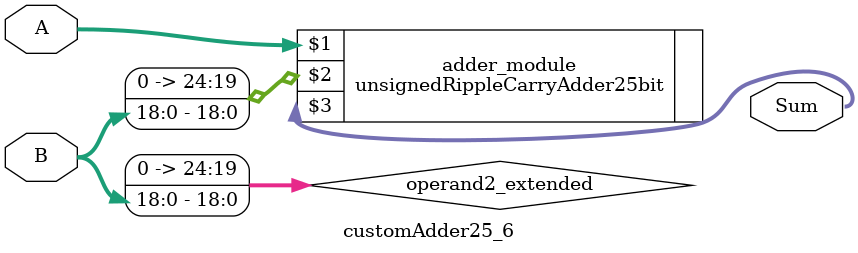
<source format=v>

module customAdder25_6(
                    input [24 : 0] A,
                    input [18 : 0] B,
                    
                    output [25 : 0] Sum
            );

    wire [24 : 0] operand2_extended;
    
    assign operand2_extended =  {6'b0, B};
    
    unsignedRippleCarryAdder25bit adder_module(
        A,
        operand2_extended,
        Sum
    );
    
endmodule
        
</source>
